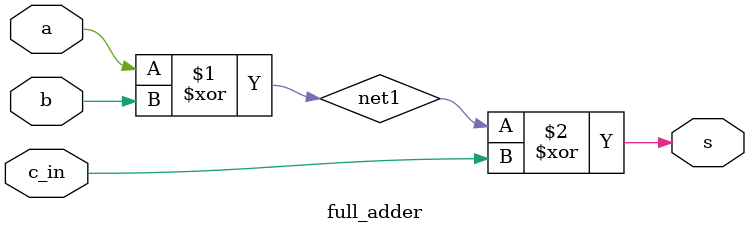
<source format=sv>
module full_adder(
	input a,b,c_in, 
	output s);
//modified for carry lookahead
wire net1, net2, net3;

xor(net1, a ,b);
xor(s, net1, c_in);
and(net2, net1, c_in);
and(net3, a, b);
//or(c_out, net2, net3);


endmodule



</source>
